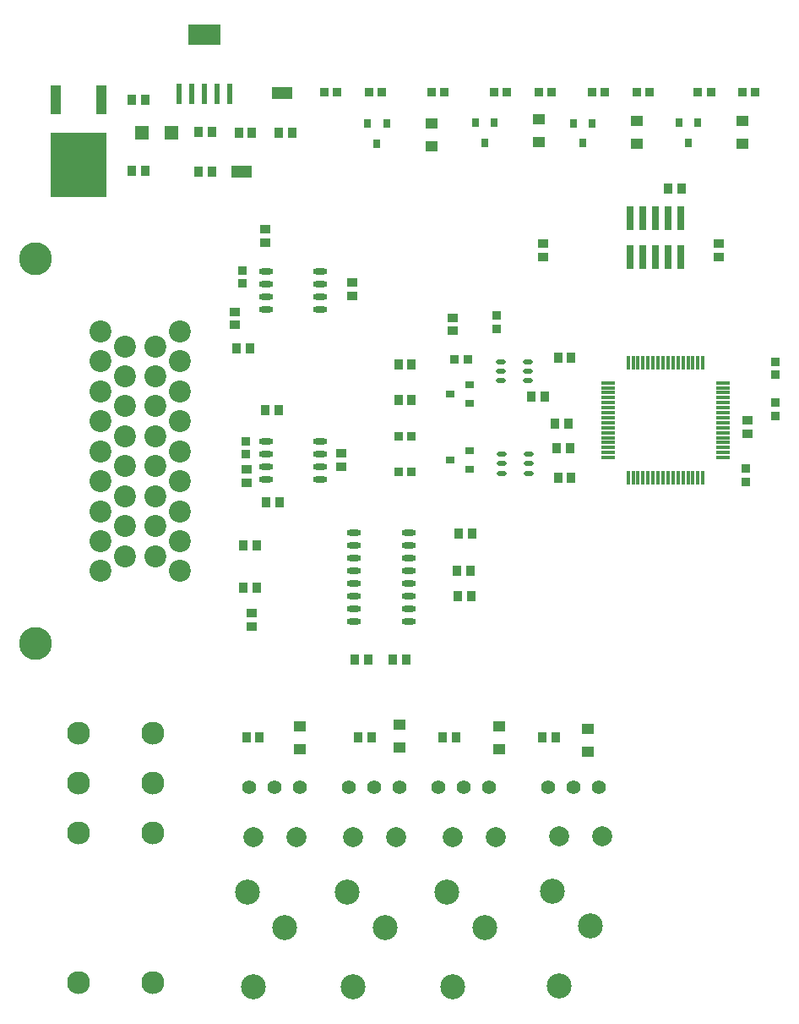
<source format=gbr>
%TF.GenerationSoftware,Altium Limited,Altium Designer,19.1.7 (138)*%
G04 Layer_Color=255*
%FSLAX26Y26*%
%MOIN*%
%TF.FileFunction,Pads,Top*%
%TF.Part,Single*%
G01*
G75*
%TA.AperFunction,SMDPad,CuDef*%
%ADD10R,0.029921X0.094488*%
%ADD11R,0.053150X0.011811*%
%ADD12R,0.011811X0.053150*%
%ADD13O,0.057087X0.023622*%
%ADD14O,0.039370X0.019685*%
%ADD15R,0.023622X0.082677*%
%ADD16R,0.125984X0.082677*%
%ADD17R,0.080709X0.045276*%
%ADD18R,0.037402X0.033465*%
%ADD19R,0.033465X0.037402*%
%ADD20R,0.039370X0.118110*%
%ADD21R,0.218504X0.251969*%
%ADD22R,0.031496X0.035433*%
%ADD23R,0.051181X0.043307*%
%ADD24R,0.035433X0.031496*%
%ADD25R,0.053150X0.057087*%
%ADD26R,0.035433X0.039370*%
%ADD27R,0.039370X0.035433*%
%TA.AperFunction,ComponentPad*%
%ADD34C,0.055118*%
%ADD35C,0.086614*%
%ADD36C,0.129921*%
%ADD37C,0.098425*%
%ADD38C,0.078740*%
%ADD39C,0.090551*%
D10*
X2502487Y3035638D02*
D03*
Y3189182D02*
D03*
X2552487Y3035638D02*
D03*
Y3189182D02*
D03*
X2602487Y3035638D02*
D03*
Y3189182D02*
D03*
X2652487Y3035638D02*
D03*
Y3189182D02*
D03*
X2702487Y3035638D02*
D03*
Y3189182D02*
D03*
D11*
X2415940Y2540638D02*
D03*
Y2520953D02*
D03*
Y2501268D02*
D03*
Y2481583D02*
D03*
Y2461898D02*
D03*
Y2442213D02*
D03*
Y2422528D02*
D03*
Y2402843D02*
D03*
Y2383157D02*
D03*
Y2363472D02*
D03*
Y2343787D02*
D03*
Y2324102D02*
D03*
Y2304417D02*
D03*
Y2284732D02*
D03*
Y2265047D02*
D03*
Y2245362D02*
D03*
X2868696D02*
D03*
Y2265047D02*
D03*
Y2284732D02*
D03*
Y2304417D02*
D03*
Y2324102D02*
D03*
Y2343787D02*
D03*
Y2363472D02*
D03*
Y2383157D02*
D03*
Y2402843D02*
D03*
Y2422528D02*
D03*
Y2442213D02*
D03*
Y2461898D02*
D03*
Y2481583D02*
D03*
Y2501268D02*
D03*
Y2520953D02*
D03*
Y2540638D02*
D03*
D12*
X2494680Y2166622D02*
D03*
X2514365D02*
D03*
X2534050D02*
D03*
X2553735D02*
D03*
X2573421D02*
D03*
X2593106D02*
D03*
X2612791D02*
D03*
X2632476D02*
D03*
X2652161D02*
D03*
X2671846D02*
D03*
X2691531D02*
D03*
X2711216D02*
D03*
X2730901D02*
D03*
X2750586D02*
D03*
X2770271D02*
D03*
X2789956D02*
D03*
Y2619378D02*
D03*
X2770271D02*
D03*
X2750586D02*
D03*
X2730901D02*
D03*
X2711216D02*
D03*
X2691531D02*
D03*
X2671846D02*
D03*
X2652161D02*
D03*
X2632476D02*
D03*
X2612791D02*
D03*
X2593106D02*
D03*
X2573421D02*
D03*
X2553735D02*
D03*
X2534050D02*
D03*
X2514365D02*
D03*
X2494680D02*
D03*
D13*
X1627569Y1600001D02*
D03*
Y1650001D02*
D03*
Y1700001D02*
D03*
Y1750001D02*
D03*
Y1800001D02*
D03*
Y1850001D02*
D03*
Y1900001D02*
D03*
Y1950001D02*
D03*
X1413002Y1600001D02*
D03*
Y1650001D02*
D03*
Y1700001D02*
D03*
Y1750001D02*
D03*
Y1800001D02*
D03*
Y1850001D02*
D03*
Y1900001D02*
D03*
Y1950001D02*
D03*
X1064725Y2981000D02*
D03*
Y2931000D02*
D03*
Y2881000D02*
D03*
Y2831000D02*
D03*
X1279291Y2981000D02*
D03*
Y2931000D02*
D03*
Y2881000D02*
D03*
Y2831000D02*
D03*
X1064717Y2309000D02*
D03*
Y2259000D02*
D03*
Y2209000D02*
D03*
Y2159000D02*
D03*
X1279284Y2309000D02*
D03*
Y2259000D02*
D03*
Y2209000D02*
D03*
Y2159000D02*
D03*
D14*
X1994094Y2624016D02*
D03*
Y2586614D02*
D03*
Y2549213D02*
D03*
X2100394Y2624016D02*
D03*
Y2586614D02*
D03*
Y2549213D02*
D03*
X1995228Y2258984D02*
D03*
Y2221583D02*
D03*
Y2184181D02*
D03*
X2101528Y2258984D02*
D03*
Y2221583D02*
D03*
Y2184181D02*
D03*
D15*
X724000Y3677874D02*
D03*
X774000D02*
D03*
X824000D02*
D03*
X874000D02*
D03*
X924000D02*
D03*
D16*
X824000Y3912126D02*
D03*
D17*
X1128018Y3682087D02*
D03*
X970534Y3372637D02*
D03*
D18*
X3074803Y2572835D02*
D03*
Y2624016D02*
D03*
X2960000Y2150000D02*
D03*
Y2201181D02*
D03*
X3075000Y2410000D02*
D03*
Y2461181D02*
D03*
X1975394Y2753937D02*
D03*
Y2805118D02*
D03*
X972295Y2984295D02*
D03*
Y2933114D02*
D03*
X987000Y2309591D02*
D03*
Y2258410D02*
D03*
D19*
X1965551Y3685961D02*
D03*
X2016732D02*
D03*
X2142716D02*
D03*
X2193898D02*
D03*
X2770669D02*
D03*
X2821850D02*
D03*
X2944882D02*
D03*
X2996063D02*
D03*
X2352362D02*
D03*
X2403543D02*
D03*
X2528543D02*
D03*
X2579724D02*
D03*
X1295275D02*
D03*
X1346457D02*
D03*
X1522638Y3686024D02*
D03*
X1471457D02*
D03*
X1719488Y3685039D02*
D03*
X1770669D02*
D03*
X1810039Y2631890D02*
D03*
X1861220D02*
D03*
X1588583Y2188976D02*
D03*
X1639764D02*
D03*
X1588583Y2330708D02*
D03*
X1639764D02*
D03*
D20*
X416158Y3654937D02*
D03*
X235843D02*
D03*
D21*
X326000Y3401000D02*
D03*
D22*
X2732284Y3487206D02*
D03*
X2694882Y3565946D02*
D03*
X2769685D02*
D03*
X2314961Y3484693D02*
D03*
X2277559Y3563433D02*
D03*
X2352362D02*
D03*
X1929134Y3487205D02*
D03*
X1891732Y3565945D02*
D03*
X1966535D02*
D03*
X1503937Y3484252D02*
D03*
X1466535Y3562992D02*
D03*
X1541339D02*
D03*
D23*
X2141732Y3488189D02*
D03*
Y3578740D02*
D03*
X2334999Y1084446D02*
D03*
Y1174997D02*
D03*
X1591971Y1102909D02*
D03*
Y1193460D02*
D03*
X1198272Y1097005D02*
D03*
Y1187556D02*
D03*
X1985673Y1097005D02*
D03*
Y1187556D02*
D03*
X2944881Y3481781D02*
D03*
Y3572332D02*
D03*
X2527559Y3481780D02*
D03*
Y3572331D02*
D03*
X1719362Y3473780D02*
D03*
Y3564331D02*
D03*
D24*
X1791339Y2495079D02*
D03*
X1870079Y2532480D02*
D03*
Y2457677D02*
D03*
X1791339Y2235236D02*
D03*
X1870079Y2272638D02*
D03*
Y2197835D02*
D03*
D25*
X693071Y3527145D02*
D03*
X576929D02*
D03*
D26*
X588573Y3376512D02*
D03*
X535423D02*
D03*
X2111221Y2487204D02*
D03*
X2164371D02*
D03*
X2652425Y3307000D02*
D03*
X2705575D02*
D03*
X2213583Y2283465D02*
D03*
X2266732D02*
D03*
X2204724Y2379921D02*
D03*
X2257874D02*
D03*
X1468575Y1448819D02*
D03*
X1415425D02*
D03*
X1564962Y1448822D02*
D03*
X1618112D02*
D03*
X2270669Y2637795D02*
D03*
X2217520D02*
D03*
X2270669Y2165354D02*
D03*
X2217520D02*
D03*
X1062992Y2433071D02*
D03*
X1116142D02*
D03*
X1115158Y3526000D02*
D03*
X1168307D02*
D03*
X853346Y3530001D02*
D03*
X800197D02*
D03*
X987641Y1142280D02*
D03*
X1040791D02*
D03*
X1815397Y1142282D02*
D03*
X1762247D02*
D03*
X1823820Y1698818D02*
D03*
X1876968D02*
D03*
X1819427Y1798000D02*
D03*
X1872575D02*
D03*
X1640746Y2472440D02*
D03*
X1587596D02*
D03*
X799850Y3374017D02*
D03*
X853000D02*
D03*
X957674Y3527561D02*
D03*
X1010824D02*
D03*
X535425Y3656998D02*
D03*
X588573D02*
D03*
X948819Y2676181D02*
D03*
X1001967D02*
D03*
X1030510Y1732284D02*
D03*
X977362D02*
D03*
X1028542Y1898622D02*
D03*
X975394D02*
D03*
X1120574Y2070001D02*
D03*
X1067426D02*
D03*
X1825787Y1944882D02*
D03*
X1878935D02*
D03*
X1640748Y2614171D02*
D03*
X1587598D02*
D03*
X1482720Y1143263D02*
D03*
X1429572D02*
D03*
X2209099Y1142278D02*
D03*
X2155951D02*
D03*
D27*
X2964567Y2338583D02*
D03*
Y2391732D02*
D03*
X1062992Y3093503D02*
D03*
Y3146653D02*
D03*
X1405000Y2882425D02*
D03*
Y2935575D02*
D03*
X1361000Y2209425D02*
D03*
Y2262575D02*
D03*
X1009999Y1631573D02*
D03*
Y1578425D02*
D03*
X941929Y2820865D02*
D03*
Y2767716D02*
D03*
X1801000Y2744425D02*
D03*
Y2797575D02*
D03*
X988001Y2200574D02*
D03*
Y2147426D02*
D03*
X2852000Y3089567D02*
D03*
Y3036419D02*
D03*
X2158000Y3089566D02*
D03*
Y3036416D02*
D03*
D34*
X1198271Y945432D02*
D03*
X1098271D02*
D03*
X998271D02*
D03*
X2379375Y945430D02*
D03*
X2279375D02*
D03*
X2179375D02*
D03*
X1591973Y945430D02*
D03*
X1491973D02*
D03*
X1391973D02*
D03*
X1946301Y945432D02*
D03*
X1846301D02*
D03*
X1746301D02*
D03*
D35*
X726771Y1798072D02*
D03*
Y1916182D02*
D03*
Y2034293D02*
D03*
Y2152403D02*
D03*
Y2270513D02*
D03*
Y2388623D02*
D03*
Y2506734D02*
D03*
Y2624844D02*
D03*
Y2742954D02*
D03*
X628346Y1857127D02*
D03*
Y1975237D02*
D03*
Y2093348D02*
D03*
Y2211458D02*
D03*
Y2329568D02*
D03*
Y2447678D02*
D03*
Y2565789D02*
D03*
Y2683899D02*
D03*
X510236Y1857127D02*
D03*
Y1975237D02*
D03*
Y2093348D02*
D03*
Y2211458D02*
D03*
Y2329568D02*
D03*
Y2447678D02*
D03*
Y2565789D02*
D03*
Y2683899D02*
D03*
X411811Y1798072D02*
D03*
Y1916182D02*
D03*
Y2034293D02*
D03*
Y2152403D02*
D03*
Y2270513D02*
D03*
Y2388623D02*
D03*
Y2506734D02*
D03*
Y2624844D02*
D03*
Y2742954D02*
D03*
D36*
X155905Y3028387D02*
D03*
Y1512639D02*
D03*
D37*
X1410476Y158028D02*
D03*
X1384886Y532044D02*
D03*
X1534492Y394249D02*
D03*
X1804177Y158028D02*
D03*
X1778587Y532044D02*
D03*
X1928193Y394249D02*
D03*
X1016776Y158028D02*
D03*
X991185Y532044D02*
D03*
X1140792Y394249D02*
D03*
X2222877Y161965D02*
D03*
X2197287Y535981D02*
D03*
X2346893Y398186D02*
D03*
D38*
X1579768Y748579D02*
D03*
X1410476D02*
D03*
X1973469D02*
D03*
X1804177D02*
D03*
X1186067D02*
D03*
X1016776D02*
D03*
X2392168Y752516D02*
D03*
X2222877D02*
D03*
D39*
X324804Y1159293D02*
D03*
X620080D02*
D03*
X324804Y765593D02*
D03*
Y962443D02*
D03*
X620080Y765593D02*
D03*
Y962443D02*
D03*
Y175041D02*
D03*
X324804D02*
D03*
%TF.MD5,0278ecb9911d1bd529b307840c09a6a4*%
M02*

</source>
